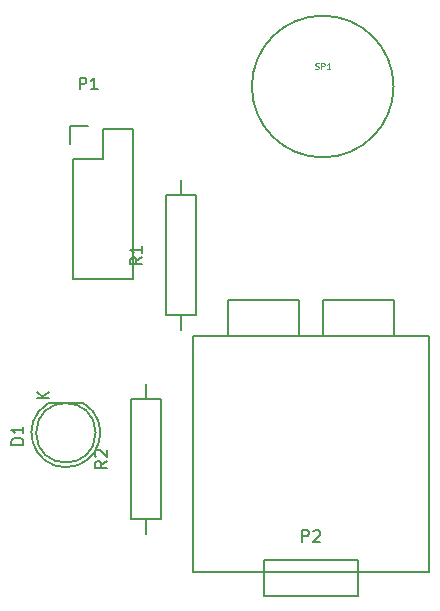
<source format=gbr>
G04 #@! TF.FileFunction,Legend,Top*
%FSLAX46Y46*%
G04 Gerber Fmt 4.6, Leading zero omitted, Abs format (unit mm)*
G04 Created by KiCad (PCBNEW (2015-06-01 BZR 5694)-product) date Wed 26 Aug 2015 09:46:02 PM PDT*
%MOMM*%
G01*
G04 APERTURE LIST*
%ADD10C,0.100000*%
%ADD11C,0.150000*%
%ADD12C,0.125000*%
G04 APERTURE END LIST*
D10*
D11*
X117225096Y-109035112D02*
G75*
G03X120250000Y-109020000I1524904J-2484888D01*
G01*
X117250000Y-109020000D02*
X120250000Y-109020000D01*
X121267936Y-111520000D02*
G75*
G03X121267936Y-111520000I-2517936J0D01*
G01*
X124460000Y-85830000D02*
X124460000Y-98530000D01*
X124460000Y-98530000D02*
X119380000Y-98530000D01*
X119380000Y-98530000D02*
X119380000Y-88370000D01*
X124460000Y-85830000D02*
X121920000Y-85830000D01*
X120650000Y-85550000D02*
X119100000Y-85550000D01*
X121920000Y-85830000D02*
X121920000Y-88370000D01*
X121920000Y-88370000D02*
X119380000Y-88370000D01*
X119100000Y-85550000D02*
X119100000Y-87100000D01*
X124230000Y-118830000D02*
X126770000Y-118830000D01*
X126770000Y-118830000D02*
X126770000Y-108670000D01*
X126770000Y-108670000D02*
X124230000Y-108670000D01*
X124230000Y-108670000D02*
X124230000Y-118830000D01*
X125500000Y-107400000D02*
X125500000Y-108670000D01*
X125500000Y-120100000D02*
X125500000Y-118830000D01*
X146500000Y-82200000D02*
G75*
G03X146500000Y-82200000I-6000000J0D01*
G01*
X127230000Y-101580000D02*
X129770000Y-101580000D01*
X129770000Y-101580000D02*
X129770000Y-91420000D01*
X129770000Y-91420000D02*
X127230000Y-91420000D01*
X127230000Y-91420000D02*
X127230000Y-101580000D01*
X128500000Y-90150000D02*
X128500000Y-91420000D01*
X128500000Y-102850000D02*
X128500000Y-101580000D01*
X135500000Y-122300000D02*
X143500000Y-122300000D01*
X143500000Y-122300000D02*
X143500000Y-125300000D01*
X143500000Y-125300000D02*
X135500000Y-125300000D01*
X135500000Y-125300000D02*
X135500000Y-122300000D01*
X138500000Y-103300000D02*
X138500000Y-100300000D01*
X138500000Y-100300000D02*
X132500000Y-100300000D01*
X132500000Y-100300000D02*
X132500000Y-103300000D01*
X146500000Y-103300000D02*
X146500000Y-100300000D01*
X146500000Y-100300000D02*
X140500000Y-100300000D01*
X140500000Y-100300000D02*
X140500000Y-103300000D01*
X129500000Y-103300000D02*
X149500000Y-103300000D01*
X149500000Y-103300000D02*
X149500000Y-123300000D01*
X149500000Y-123300000D02*
X129500000Y-123300000D01*
X129500000Y-123300000D02*
X129500000Y-103300000D01*
X115138381Y-112512095D02*
X114138381Y-112512095D01*
X114138381Y-112274000D01*
X114186000Y-112131142D01*
X114281238Y-112035904D01*
X114376476Y-111988285D01*
X114566952Y-111940666D01*
X114709810Y-111940666D01*
X114900286Y-111988285D01*
X114995524Y-112035904D01*
X115090762Y-112131142D01*
X115138381Y-112274000D01*
X115138381Y-112512095D01*
X115138381Y-110988285D02*
X115138381Y-111559714D01*
X115138381Y-111274000D02*
X114138381Y-111274000D01*
X114281238Y-111369238D01*
X114376476Y-111464476D01*
X114424095Y-111559714D01*
X117297381Y-108606905D02*
X116297381Y-108606905D01*
X117297381Y-108035476D02*
X116725952Y-108464048D01*
X116297381Y-108035476D02*
X116868810Y-108606905D01*
X119911905Y-82452381D02*
X119911905Y-81452381D01*
X120292858Y-81452381D01*
X120388096Y-81500000D01*
X120435715Y-81547619D01*
X120483334Y-81642857D01*
X120483334Y-81785714D01*
X120435715Y-81880952D01*
X120388096Y-81928571D01*
X120292858Y-81976190D01*
X119911905Y-81976190D01*
X121435715Y-82452381D02*
X120864286Y-82452381D01*
X121150000Y-82452381D02*
X121150000Y-81452381D01*
X121054762Y-81595238D01*
X120959524Y-81690476D01*
X120864286Y-81738095D01*
X122203341Y-113916666D02*
X121727150Y-114250000D01*
X122203341Y-114488095D02*
X121203341Y-114488095D01*
X121203341Y-114107142D01*
X121250960Y-114011904D01*
X121298579Y-113964285D01*
X121393817Y-113916666D01*
X121536674Y-113916666D01*
X121631912Y-113964285D01*
X121679531Y-114011904D01*
X121727150Y-114107142D01*
X121727150Y-114488095D01*
X121298579Y-113535714D02*
X121250960Y-113488095D01*
X121203341Y-113392857D01*
X121203341Y-113154761D01*
X121250960Y-113059523D01*
X121298579Y-113011904D01*
X121393817Y-112964285D01*
X121489055Y-112964285D01*
X121631912Y-113011904D01*
X122203341Y-113583333D01*
X122203341Y-112964285D01*
D12*
X139869048Y-80702381D02*
X139940477Y-80726190D01*
X140059524Y-80726190D01*
X140107143Y-80702381D01*
X140130953Y-80678571D01*
X140154762Y-80630952D01*
X140154762Y-80583333D01*
X140130953Y-80535714D01*
X140107143Y-80511905D01*
X140059524Y-80488095D01*
X139964286Y-80464286D01*
X139916667Y-80440476D01*
X139892858Y-80416667D01*
X139869048Y-80369048D01*
X139869048Y-80321429D01*
X139892858Y-80273810D01*
X139916667Y-80250000D01*
X139964286Y-80226190D01*
X140083334Y-80226190D01*
X140154762Y-80250000D01*
X140369048Y-80726190D02*
X140369048Y-80226190D01*
X140559524Y-80226190D01*
X140607143Y-80250000D01*
X140630952Y-80273810D01*
X140654762Y-80321429D01*
X140654762Y-80392857D01*
X140630952Y-80440476D01*
X140607143Y-80464286D01*
X140559524Y-80488095D01*
X140369048Y-80488095D01*
X141130952Y-80726190D02*
X140845238Y-80726190D01*
X140988095Y-80726190D02*
X140988095Y-80226190D01*
X140940476Y-80297619D01*
X140892857Y-80345238D01*
X140845238Y-80369048D01*
D11*
X125203341Y-96666666D02*
X124727150Y-97000000D01*
X125203341Y-97238095D02*
X124203341Y-97238095D01*
X124203341Y-96857142D01*
X124250960Y-96761904D01*
X124298579Y-96714285D01*
X124393817Y-96666666D01*
X124536674Y-96666666D01*
X124631912Y-96714285D01*
X124679531Y-96761904D01*
X124727150Y-96857142D01*
X124727150Y-97238095D01*
X125203341Y-95714285D02*
X125203341Y-96285714D01*
X125203341Y-96000000D02*
X124203341Y-96000000D01*
X124346198Y-96095238D01*
X124441436Y-96190476D01*
X124489055Y-96285714D01*
X138761905Y-120752381D02*
X138761905Y-119752381D01*
X139142858Y-119752381D01*
X139238096Y-119800000D01*
X139285715Y-119847619D01*
X139333334Y-119942857D01*
X139333334Y-120085714D01*
X139285715Y-120180952D01*
X139238096Y-120228571D01*
X139142858Y-120276190D01*
X138761905Y-120276190D01*
X139714286Y-119847619D02*
X139761905Y-119800000D01*
X139857143Y-119752381D01*
X140095239Y-119752381D01*
X140190477Y-119800000D01*
X140238096Y-119847619D01*
X140285715Y-119942857D01*
X140285715Y-120038095D01*
X140238096Y-120180952D01*
X139666667Y-120752381D01*
X140285715Y-120752381D01*
M02*

</source>
